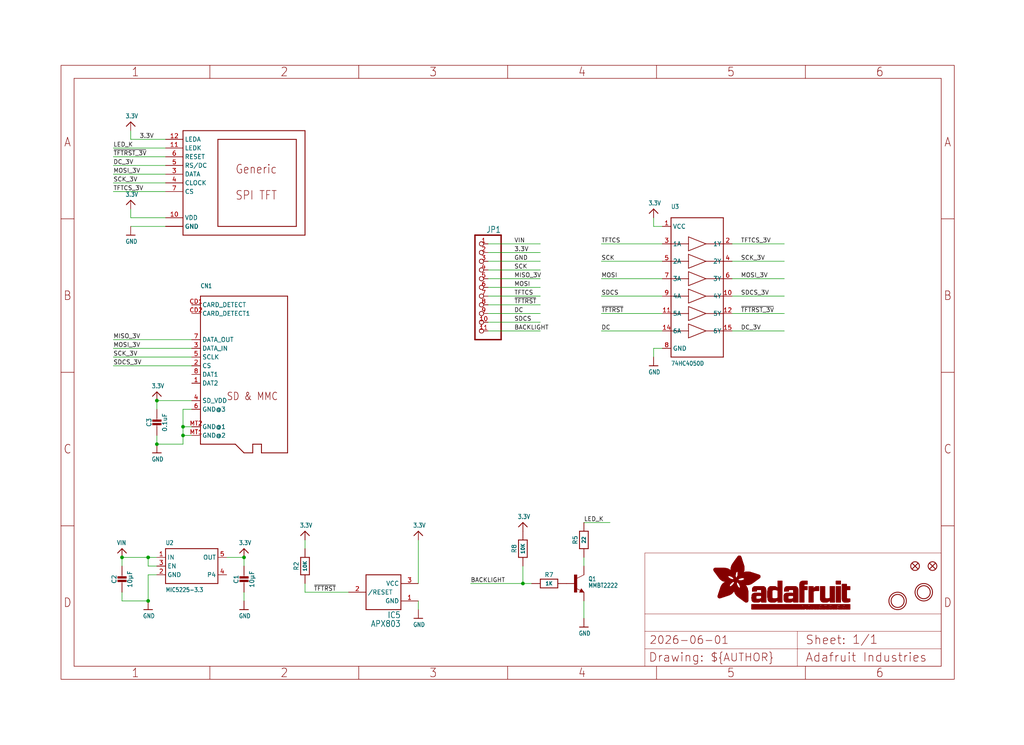
<source format=kicad_sch>
(kicad_sch (version 20230121) (generator eeschema)
  (paper "User" 298.45 217.322)
  (lib_symbols
    (symbol "working-eagle-import:3.3V" (power)
      (property "Value" "3.3V" (at -1.524 1.016 0))
      (symbol "3.3V_1_0"
        (pin power_in line (at 0 -2.54 90) (length 2.54) (name "3.3V") (number "1"))
      )
    )
    (symbol "working-eagle-import:74HC4050D"
      (property "Reference" "U" (at -7.62 22.86 0))
      (symbol "74HC4050D_1_0"
        (pin bidirectional line (at -10.16 17.78 0) (length 2.54) (name "VCC") (number "1"))
        (pin bidirectional line (at 10.16 -2.54 180) (length 2.54) (name "4Y") (number "10"))
        (pin bidirectional line (at -10.16 -7.62 0) (length 2.54) (name "5A") (number "11"))
        (pin bidirectional line (at 10.16 -7.62 180) (length 2.54) (name "5Y") (number "12"))
        (pin bidirectional line (at -10.16 -12.7 0) (length 2.54) (name "6A") (number "14"))
        (pin bidirectional line (at 10.16 -12.7 180) (length 2.54) (name "6Y") (number "15"))
        (pin bidirectional line (at 10.16 12.7 180) (length 2.54) (name "1Y") (number "2"))
        (pin bidirectional line (at -10.16 12.7 0) (length 2.54) (name "1A") (number "3"))
        (pin bidirectional line (at 10.16 7.62 180) (length 2.54) (name "2Y") (number "4"))
        (pin bidirectional line (at -10.16 7.62 0) (length 2.54) (name "2A") (number "5"))
        (pin bidirectional line (at 10.16 2.54 180) (length 2.54) (name "3Y") (number "6"))
        (pin bidirectional line (at -10.16 2.54 0) (length 2.54) (name "3A") (number "7"))
        (pin bidirectional line (at -10.16 -17.78 0) (length 2.54) (name "GND") (number "8"))
        (pin bidirectional line (at -10.16 -2.54 0) (length 2.54) (name "4A") (number "9"))
      )
    )
    (symbol "working-eagle-import:AXP083-SAG"
      (property "Reference" "IC" (at -5.08 -7.62 0))
      (symbol "AXP083-SAG_1_0"
        (pin power_in line (at -10.16 -2.54 0) (length 5.08) (name "GND") (number "1"))
        (pin output line (at 10.16 0 180) (length 5.08) (name "/RESET") (number "2"))
        (pin power_in line (at -10.16 2.54 0) (length 5.08) (name "VCC") (number "3"))
      )
    )
    (symbol "working-eagle-import:CAP_CERAMIC0805-NOOUTLINE"
      (property "Reference" "C" (at -2.29 1.25 90))
      (symbol "CAP_CERAMIC0805-NOOUTLINE_1_0"
        (pin passive line (at 0 5.08 270) (length 2.54) (name "1") (number "1"))
        (pin passive line (at 0 -2.54 90) (length 2.54) (name "2") (number "2"))
      )
    )
    (symbol "working-eagle-import:DISP_LCD_GENERIC_SPI_1.14IN_240X135_WRAPUNDER"
      (symbol "DISP_LCD_GENERIC_SPI_1.14IN_240X135_WRAPUNDER_1_0"
        (text "Generic" (at -5.08 2.54 0) (effects (font (size 2.54 2.159)) (justify left bottom)))
        (text "SPI TFT" (at -5.08 -5.08 0) (effects (font (size 2.54 2.159)) (justify left bottom)))
        (pin power_in line (at -25.4 -10.16 0) (length 5.08) (name "VDD") (number "10"))
        (pin input line (at -25.4 10.16 0) (length 5.08) (name "LEDK") (number "11"))
        (pin input line (at -25.4 12.7 0) (length 5.08) (name "LEDA") (number "12"))
        (pin power_in line (at -25.4 -12.7 0) (length 5.08) (name "GND") (number "13"))
        (pin bidirectional line (at -25.4 2.54 0) (length 5.08) (name "DATA") (number "3"))
        (pin input line (at -25.4 0 0) (length 5.08) (name "CLOCK") (number "4"))
        (pin input line (at -25.4 5.08 0) (length 5.08) (name "RS/DC") (number "5"))
        (pin input line (at -25.4 7.62 0) (length 5.08) (name "RESET") (number "6"))
        (pin input line (at -25.4 -2.54 0) (length 5.08) (name "CS") (number "7"))
        (pin power_in line (at -25.4 -12.7 0) (length 5.08) (name "GND") (number "8"))
      )
    )
    (symbol "working-eagle-import:FIDUCIAL_1MM")
    (symbol "working-eagle-import:FRAME_A4_ADAFRUIT"
      (symbol "FRAME_A4_ADAFRUIT_1_0"
        (text "${#}/${##}" (at 230.505 10.16 0) (effects (font (size 2.54 2.54)) (justify left bottom)))
        (text "${AUTHOR}" (at 189.23 5.08 0) (effects (font (size 2.286 2.286)) (justify left bottom)))
        (text "${CURRENT_DATE}" (at 171.45 10.16 0) (effects (font (size 2.286 2.286)) (justify left bottom)))
        (text "${PROJECTNAME}" (at 171.45 15.24 0) (effects (font (size 2.54 2.54)) (justify left bottom)))
        (text "1" (at 21.6958 1.905 0) (effects (font (size 2.54 2.286))))
        (text "1" (at 21.6958 177.165 0) (effects (font (size 2.54 2.286))))
        (text "2" (at 65.0875 1.905 0) (effects (font (size 2.54 2.286))))
        (text "2" (at 65.0875 177.165 0) (effects (font (size 2.54 2.286))))
        (text "3" (at 108.4792 1.905 0) (effects (font (size 2.54 2.286))))
        (text "3" (at 108.4792 177.165 0) (effects (font (size 2.54 2.286))))
        (text "4" (at 151.8708 1.905 0) (effects (font (size 2.54 2.286))))
        (text "4" (at 151.8708 177.165 0) (effects (font (size 2.54 2.286))))
        (text "5" (at 195.2625 1.905 0) (effects (font (size 2.54 2.286))))
        (text "5" (at 195.2625 177.165 0) (effects (font (size 2.54 2.286))))
        (text "6" (at 238.6542 1.905 0) (effects (font (size 2.54 2.286))))
        (text "6" (at 238.6542 177.165 0) (effects (font (size 2.54 2.286))))
        (text "A" (at 1.905 156.6863 0) (effects (font (size 2.54 2.286))))
        (text "A" (at 258.445 156.6863 0) (effects (font (size 2.54 2.286))))
        (text "Adafruit Industries" (at 216.916 4.953 0) (effects (font (size 2.54 2.54)) (justify left bottom)))
        (text "B" (at 1.905 111.9188 0) (effects (font (size 2.54 2.286))))
        (text "B" (at 258.445 111.9188 0) (effects (font (size 2.54 2.286))))
        (text "C" (at 1.905 67.1513 0) (effects (font (size 2.54 2.286))))
        (text "C" (at 258.445 67.1513 0) (effects (font (size 2.54 2.286))))
        (text "D" (at 1.905 22.3838 0) (effects (font (size 2.54 2.286))))
        (text "D" (at 258.445 22.3838 0) (effects (font (size 2.54 2.286))))
        (text "Drawing:" (at 171.196 4.953 0) (effects (font (size 2.54 2.54)) (justify left bottom)))
        (text "Sheet:" (at 216.916 10.033 0) (effects (font (size 2.54 2.54)) (justify left bottom)))
      )
    )
    (symbol "working-eagle-import:GND" (power)
      (property "Value" "GND" (at -1.524 -2.54 0))
      (symbol "GND_1_0"
        (pin power_in line (at 0 2.54 270) (length 2.54) (name "GND") (number "1"))
      )
    )
    (symbol "working-eagle-import:HEADER-1X11"
      (property "Reference" "JP" (at -6.35 15.875 0))
      (symbol "HEADER-1X11_1_0"
        (pin passive inverted (at -2.54 12.7 0) (length 2.54) (name "1") (number "1"))
        (pin passive inverted (at -2.54 -10.16 0) (length 2.54) (name "10") (number "10"))
        (pin passive inverted (at -2.54 -12.7 0) (length 2.54) (name "11") (number "11"))
        (pin passive inverted (at -2.54 10.16 0) (length 2.54) (name "2") (number "2"))
        (pin passive inverted (at -2.54 7.62 0) (length 2.54) (name "3") (number "3"))
        (pin passive inverted (at -2.54 5.08 0) (length 2.54) (name "4") (number "4"))
        (pin passive inverted (at -2.54 2.54 0) (length 2.54) (name "5") (number "5"))
        (pin passive inverted (at -2.54 0 0) (length 2.54) (name "6") (number "6"))
        (pin passive inverted (at -2.54 -2.54 0) (length 2.54) (name "7") (number "7"))
        (pin passive inverted (at -2.54 -5.08 0) (length 2.54) (name "8") (number "8"))
        (pin passive inverted (at -2.54 -7.62 0) (length 2.54) (name "9") (number "9"))
      )
    )
    (symbol "working-eagle-import:MICROSD"
      (property "Reference" "X" (at -12.7 22.606 0))
      (symbol "MICROSD_1_0"
        (text "SD & MMC" (at -5.08 -10.16 0) (effects (font (size 2.1844 1.8567)) (justify left bottom)))
        (pin bidirectional line (at -15.24 -5.08 0) (length 2.54) (name "DAT2") (number "1"))
        (pin input line (at -15.24 0 0) (length 2.54) (name "CS") (number "2"))
        (pin input line (at -15.24 5.08 0) (length 2.54) (name "DATA_IN") (number "3"))
        (pin power_in line (at -15.24 -10.16 0) (length 2.54) (name "SD_VDD") (number "4"))
        (pin input line (at -15.24 2.54 0) (length 2.54) (name "SCLK") (number "5"))
        (pin power_in line (at -15.24 -12.7 0) (length 2.54) (name "GND@3") (number "6"))
        (pin output line (at -15.24 7.62 0) (length 2.54) (name "DATA_OUT") (number "7"))
        (pin bidirectional line (at -15.24 -2.54 0) (length 2.54) (name "DAT1") (number "8"))
        (pin passive line (at -15.24 17.78 0) (length 2.54) (name "CARD_DETECT") (number "CD1"))
        (pin passive line (at -15.24 15.24 0) (length 2.54) (name "CARD_DETECT1") (number "CD2"))
        (pin power_in line (at -15.24 -20.32 0) (length 2.54) (name "GND@2") (number "MT1"))
        (pin power_in line (at -15.24 -17.78 0) (length 2.54) (name "GND@1") (number "MT2"))
      )
    )
    (symbol "working-eagle-import:MOUNTINGHOLE2.5")
    (symbol "working-eagle-import:RESISTOR_0603_NOOUT"
      (property "Reference" "R" (at 0 2.54 0))
      (symbol "RESISTOR_0603_NOOUT_1_0"
        (pin passive line (at -5.08 0 0) (length 2.54) (name "1") (number "1"))
        (pin passive line (at 5.08 0 180) (length 2.54) (name "2") (number "2"))
      )
    )
    (symbol "working-eagle-import:TRANSISTOR_NPNWIDE"
      (property "Reference" "Q" (at 1.27 0.635 0))
      (symbol "TRANSISTOR_NPNWIDE_1_0"
        (pin passive line (at -5.08 0 0) (length 2.54) (name "B") (number "1"))
        (pin passive line (at 0 -5.08 90) (length 2.54) (name "E") (number "2"))
        (pin passive line (at 0 5.08 270) (length 2.54) (name "C") (number "3"))
      )
    )
    (symbol "working-eagle-import:VIN" (power)
      (property "Value" "VIN" (at -1.524 1.016 0))
      (symbol "VIN_1_0"
        (pin power_in line (at 0 -2.54 90) (length 2.54) (name "VIN") (number "1"))
      )
    )
    (symbol "working-eagle-import:VREG_SOT23-5"
      (property "Reference" "U" (at -7.62 6.096 0))
      (symbol "VREG_SOT23-5_1_0"
        (pin power_in line (at -10.16 2.54 0) (length 2.54) (name "IN") (number "1"))
        (pin power_in line (at -10.16 -2.54 0) (length 2.54) (name "GND") (number "2"))
        (pin input line (at -10.16 0 0) (length 2.54) (name "EN") (number "3"))
        (pin bidirectional line (at 10.16 -2.54 180) (length 2.54) (name "P4") (number "4"))
        (pin power_in line (at 10.16 2.54 180) (length 2.54) (name "OUT") (number "5"))
      )
    )
  )
  (junction (at 45.72 116.84))
  (junction (at 152.4 170.18))
  (junction (at 53.34 124.46))
  (junction (at 43.18 175.26))
  (junction (at 43.18 162.56))
  (junction (at 45.72 129.54))
  (junction (at 71.12 162.56))
  (junction (at 35.56 162.56))
  (junction (at 53.34 127))
  (wire (pts (xy 55.88 106.68) (xy 33.02 106.68)) (stroke (width 0.1524)))
  (wire (pts (xy 157.48 86.36) (xy 142.24 86.36)) (stroke (width 0.1524)))
  (wire (pts (xy 33.02 55.88) (xy 48.26 55.88)) (stroke (width 0.1524)))
  (wire (pts (xy 190.5 63.5) (xy 190.5 66.04)) (stroke (width 0.1524)))
  (wire (pts (xy 213.36 81.28) (xy 228.6 81.28)) (stroke (width 0.1524)))
  (wire (pts (xy 190.5 101.6) (xy 190.5 104.14)) (stroke (width 0.1524)))
  (wire (pts (xy 88.9 172.72) (xy 88.9 170.18)) (stroke (width 0.1524)))
  (wire (pts (xy 101.6 172.72) (xy 88.9 172.72)) (stroke (width 0.1524)))
  (wire (pts (xy 190.5 66.04) (xy 193.04 66.04)) (stroke (width 0.1524)))
  (wire (pts (xy 213.36 91.44) (xy 228.6 91.44)) (stroke (width 0.1524)))
  (wire (pts (xy 142.24 78.74) (xy 157.48 78.74)) (stroke (width 0.1524)))
  (wire (pts (xy 154.94 170.18) (xy 152.4 170.18)) (stroke (width 0.1524)))
  (wire (pts (xy 88.9 160.02) (xy 88.9 157.48)) (stroke (width 0.1524)))
  (wire (pts (xy 48.26 63.5) (xy 38.1 63.5)) (stroke (width 0.1524)))
  (wire (pts (xy 43.18 165.1) (xy 43.18 162.56)) (stroke (width 0.1524)))
  (wire (pts (xy 48.26 40.64) (xy 38.1 40.64)) (stroke (width 0.1524)))
  (wire (pts (xy 53.34 119.38) (xy 53.34 124.46)) (stroke (width 0.1524)))
  (wire (pts (xy 142.24 93.98) (xy 157.48 93.98)) (stroke (width 0.1524)))
  (wire (pts (xy 142.24 83.82) (xy 157.48 83.82)) (stroke (width 0.1524)))
  (wire (pts (xy 43.18 162.56) (xy 35.56 162.56)) (stroke (width 0.1524)))
  (wire (pts (xy 55.88 101.6) (xy 33.02 101.6)) (stroke (width 0.1524)))
  (wire (pts (xy 48.26 53.34) (xy 33.02 53.34)) (stroke (width 0.1524)))
  (wire (pts (xy 142.24 73.66) (xy 157.48 73.66)) (stroke (width 0.1524)))
  (wire (pts (xy 157.48 91.44) (xy 142.24 91.44)) (stroke (width 0.1524)))
  (wire (pts (xy 193.04 101.6) (xy 190.5 101.6)) (stroke (width 0.1524)))
  (wire (pts (xy 55.88 124.46) (xy 53.34 124.46)) (stroke (width 0.1524)))
  (wire (pts (xy 228.6 71.12) (xy 213.36 71.12)) (stroke (width 0.1524)))
  (wire (pts (xy 35.56 172.72) (xy 35.56 175.26)) (stroke (width 0.1524)))
  (wire (pts (xy 177.8 152.4) (xy 170.18 152.4)) (stroke (width 0.1524)))
  (wire (pts (xy 43.18 167.64) (xy 43.18 175.26)) (stroke (width 0.1524)))
  (wire (pts (xy 71.12 162.56) (xy 71.12 165.1)) (stroke (width 0.1524)))
  (wire (pts (xy 170.18 175.26) (xy 170.18 180.34)) (stroke (width 0.1524)))
  (wire (pts (xy 45.72 167.64) (xy 43.18 167.64)) (stroke (width 0.1524)))
  (wire (pts (xy 45.72 162.56) (xy 43.18 162.56)) (stroke (width 0.1524)))
  (wire (pts (xy 213.36 86.36) (xy 228.6 86.36)) (stroke (width 0.1524)))
  (wire (pts (xy 152.4 170.18) (xy 137.16 170.18)) (stroke (width 0.1524)))
  (wire (pts (xy 48.26 43.18) (xy 33.02 43.18)) (stroke (width 0.1524)))
  (wire (pts (xy 35.56 165.1) (xy 35.56 162.56)) (stroke (width 0.1524)))
  (wire (pts (xy 193.04 81.28) (xy 175.26 81.28)) (stroke (width 0.1524)))
  (wire (pts (xy 38.1 40.64) (xy 38.1 38.1)) (stroke (width 0.1524)))
  (wire (pts (xy 53.34 124.46) (xy 53.34 127)) (stroke (width 0.1524)))
  (wire (pts (xy 55.88 104.14) (xy 33.02 104.14)) (stroke (width 0.1524)))
  (wire (pts (xy 152.4 165.1) (xy 152.4 170.18)) (stroke (width 0.1524)))
  (wire (pts (xy 66.04 162.56) (xy 71.12 162.56)) (stroke (width 0.1524)))
  (wire (pts (xy 193.04 96.52) (xy 175.26 96.52)) (stroke (width 0.1524)))
  (wire (pts (xy 142.24 88.9) (xy 157.48 88.9)) (stroke (width 0.1524)))
  (wire (pts (xy 193.04 91.44) (xy 175.26 91.44)) (stroke (width 0.1524)))
  (wire (pts (xy 193.04 71.12) (xy 175.26 71.12)) (stroke (width 0.1524)))
  (wire (pts (xy 121.92 170.18) (xy 121.92 157.48)) (stroke (width 0.1524)))
  (wire (pts (xy 38.1 66.04) (xy 48.26 66.04)) (stroke (width 0.1524)))
  (wire (pts (xy 213.36 76.2) (xy 228.6 76.2)) (stroke (width 0.1524)))
  (wire (pts (xy 48.26 48.26) (xy 33.02 48.26)) (stroke (width 0.1524)))
  (wire (pts (xy 157.48 81.28) (xy 142.24 81.28)) (stroke (width 0.1524)))
  (wire (pts (xy 55.88 127) (xy 53.34 127)) (stroke (width 0.1524)))
  (wire (pts (xy 55.88 119.38) (xy 53.34 119.38)) (stroke (width 0.1524)))
  (wire (pts (xy 33.02 50.8) (xy 48.26 50.8)) (stroke (width 0.1524)))
  (wire (pts (xy 157.48 96.52) (xy 142.24 96.52)) (stroke (width 0.1524)))
  (wire (pts (xy 142.24 76.2) (xy 157.48 76.2)) (stroke (width 0.1524)))
  (wire (pts (xy 55.88 116.84) (xy 45.72 116.84)) (stroke (width 0.1524)))
  (wire (pts (xy 213.36 96.52) (xy 228.6 96.52)) (stroke (width 0.1524)))
  (wire (pts (xy 71.12 172.72) (xy 71.12 175.26)) (stroke (width 0.1524)))
  (wire (pts (xy 48.26 45.72) (xy 33.02 45.72)) (stroke (width 0.1524)))
  (wire (pts (xy 53.34 129.54) (xy 45.72 129.54)) (stroke (width 0.1524)))
  (wire (pts (xy 45.72 116.84) (xy 45.72 119.38)) (stroke (width 0.1524)))
  (wire (pts (xy 45.72 165.1) (xy 43.18 165.1)) (stroke (width 0.1524)))
  (wire (pts (xy 55.88 99.06) (xy 33.02 99.06)) (stroke (width 0.1524)))
  (wire (pts (xy 38.1 60.96) (xy 38.1 63.5)) (stroke (width 0.1524)))
  (wire (pts (xy 121.92 175.26) (xy 121.92 177.8)) (stroke (width 0.1524)))
  (wire (pts (xy 35.56 175.26) (xy 43.18 175.26)) (stroke (width 0.1524)))
  (wire (pts (xy 53.34 127) (xy 53.34 129.54)) (stroke (width 0.1524)))
  (wire (pts (xy 193.04 76.2) (xy 175.26 76.2)) (stroke (width 0.1524)))
  (wire (pts (xy 170.18 162.56) (xy 170.18 165.1)) (stroke (width 0.1524)))
  (wire (pts (xy 193.04 86.36) (xy 175.26 86.36)) (stroke (width 0.1524)))
  (wire (pts (xy 142.24 71.12) (xy 157.48 71.12)) (stroke (width 0.1524)))
  (wire (pts (xy 45.72 127) (xy 45.72 129.54)) (stroke (width 0.1524)))
  (label "GND" (at 149.86 76.2 0) (effects (font (size 1.2446 1.2446))))
  (label "DC" (at 149.86 91.44 0) (effects (font (size 1.2446 1.2446))))
  (label "~{TFTRST_3V}" (at 215.9 91.44 0) (effects (font (size 1.2446 1.2446))))
  (label "SCK" (at 149.86 78.74 0) (effects (font (size 1.2446 1.2446))))
  (label "LED_K" (at 33.02 43.18 0) (effects (font (size 1.2446 1.2446))))
  (label "3.3V" (at 149.86 73.66 0) (effects (font (size 1.2446 1.2446))))
  (label "SDCS" (at 175.26 86.36 0) (effects (font (size 1.2446 1.2446))))
  (label "TFTCS_3V" (at 33.02 55.88 0) (effects (font (size 1.2446 1.2446))))
  (label "TFTCS" (at 175.26 71.12 0) (effects (font (size 1.2446 1.2446))))
  (label "DC_3V" (at 33.02 48.26 0) (effects (font (size 1.2446 1.2446))))
  (label "SCK_3V" (at 33.02 104.14 0) (effects (font (size 1.2446 1.2446))))
  (label "MISO_3V" (at 33.02 99.06 0) (effects (font (size 1.2446 1.2446))))
  (label "SDCS_3V" (at 215.9 86.36 0) (effects (font (size 1.2446 1.2446))))
  (label "SCK_3V" (at 215.9 76.2 0) (effects (font (size 1.2446 1.2446))))
  (label "DC" (at 175.26 96.52 0) (effects (font (size 1.2446 1.2446))))
  (label "TFTCS_3V" (at 215.9 71.12 0) (effects (font (size 1.2446 1.2446))))
  (label "BACKLIGHT" (at 149.86 96.52 0) (effects (font (size 1.2446 1.2446))))
  (label "~{TFTRST}" (at 149.86 88.9 0) (effects (font (size 1.2446 1.2446))))
  (label "~{TFTRST}" (at 175.26 91.44 0) (effects (font (size 1.2446 1.2446))))
  (label "MISO_3V" (at 149.86 81.28 0) (effects (font (size 1.2446 1.2446))))
  (label "MOSI" (at 175.26 81.28 0) (effects (font (size 1.2446 1.2446))))
  (label "TFTCS" (at 149.86 86.36 0) (effects (font (size 1.2446 1.2446))))
  (label "VIN" (at 149.86 71.12 0) (effects (font (size 1.2446 1.2446))))
  (label "LED_K" (at 170.18 152.4 0) (effects (font (size 1.2446 1.2446))))
  (label "MOSI_3V" (at 33.02 50.8 0) (effects (font (size 1.2446 1.2446))))
  (label "BACKLIGHT" (at 137.16 170.18 0) (effects (font (size 1.2446 1.2446))))
  (label "SDCS_3V" (at 33.02 106.68 0) (effects (font (size 1.2446 1.2446))))
  (label "3.3V" (at 40.64 40.64 0) (effects (font (size 1.2446 1.2446))))
  (label "MOSI" (at 149.86 83.82 0) (effects (font (size 1.2446 1.2446))))
  (label "SCK_3V" (at 33.02 53.34 0) (effects (font (size 1.2446 1.2446))))
  (label "SCK" (at 175.26 76.2 0) (effects (font (size 1.2446 1.2446))))
  (label "MOSI_3V" (at 215.9 81.28 0) (effects (font (size 1.2446 1.2446))))
  (label "~{TFTRST}" (at 91.44 172.72 0) (effects (font (size 1.2446 1.2446))))
  (label "SDCS" (at 149.86 93.98 0) (effects (font (size 1.2446 1.2446))))
  (label "~{TFTRST_3V}" (at 33.02 45.72 0) (effects (font (size 1.2446 1.2446))))
  (label "DC_3V" (at 215.9 96.52 0) (effects (font (size 1.2446 1.2446))))
  (label "MOSI_3V" (at 33.02 101.6 0) (effects (font (size 1.2446 1.2446))))
  (symbol (lib_id "working-eagle-import:FIDUCIAL_1MM") (at 271.78 165.1 0) (unit 1)
    (property "Reference" "FID1" (effects hide))
    (property "Value" "FIDUCIAL_1MM" (effects hide))
    (property "Footprint" "working:FIDUCIAL_1MM" (effects hide))
  )
  (symbol (lib_id "working-eagle-import:GND") (at 121.92 180.34 0) (unit 1)
    (property "Reference" "#U$17" (effects hide))
    (property "Value" "GND" (at 120.396 182.88 0) (effects (font (size 1.27 1.0795)) (justify left bottom)))
  )
  (symbol (lib_id "working-eagle-import:CAP_CERAMIC0805-NOOUTLINE") (at 71.12 170.18 0) (unit 1)
    (property "Reference" "C1" (at 68.83 168.93 90))
    (property "Value" "10µF" (at 73.42 168.93 90))
    (property "Footprint" "working:0805-NO" (effects hide))
  )
  (symbol (lib_id "working-eagle-import:RESISTOR_0603_NOOUT") (at 152.4 160.02 90) (unit 1)
    (property "Reference" "R8" (at 149.86 160.02 0))
    (property "Value" "10K" (at 152.4 160.02 0) (effects (font (size 1.016 1.016) bold)))
    (property "Footprint" "working:0603-NO" (effects hide))
  )
  (symbol (lib_id "working-eagle-import:3.3V") (at 88.9 154.94 0) (unit 1)
    (property "Reference" "#U$21" (effects hide))
    (property "Value" "3.3V" (at 87.376 153.924 0) (effects (font (size 1.27 1.0795)) (justify left bottom)))
  )
  (symbol (lib_id "working-eagle-import:CAP_CERAMIC0805-NOOUTLINE") (at 45.72 124.46 0) (unit 1)
    (property "Reference" "C3" (at 43.43 123.21 90))
    (property "Value" "0.1uF" (at 48.02 123.21 90))
    (property "Footprint" "working:0805-NO" (effects hide))
  )
  (symbol (lib_id "working-eagle-import:MOUNTINGHOLE2.5") (at 261.62 175.26 0) (unit 1)
    (property "Reference" "U$10" (effects hide))
    (property "Value" "MOUNTINGHOLE2.5" (effects hide))
    (property "Footprint" "working:MOUNTINGHOLE_2.5_PLATED" (effects hide))
  )
  (symbol (lib_id "working-eagle-import:3.3V") (at 121.92 154.94 0) (unit 1)
    (property "Reference" "#U$31" (effects hide))
    (property "Value" "3.3V" (at 120.396 153.924 0) (effects (font (size 1.27 1.0795)) (justify left bottom)))
  )
  (symbol (lib_id "working-eagle-import:74HC4050D") (at 203.2 83.82 0) (unit 1)
    (property "Reference" "U3" (at 195.58 60.96 0) (effects (font (size 1.27 1.0795)) (justify left bottom)))
    (property "Value" "74HC4050D" (at 195.58 106.68 0) (effects (font (size 1.27 1.0795)) (justify left bottom)))
    (property "Footprint" "working:SOIC16" (effects hide))
  )
  (symbol (lib_id "working-eagle-import:3.3V") (at 71.12 160.02 0) (unit 1)
    (property "Reference" "#U$26" (effects hide))
    (property "Value" "3.3V" (at 69.596 159.004 0) (effects (font (size 1.27 1.0795)) (justify left bottom)))
  )
  (symbol (lib_id "working-eagle-import:3.3V") (at 45.72 114.3 0) (unit 1)
    (property "Reference" "#U$20" (effects hide))
    (property "Value" "3.3V" (at 44.196 113.284 0) (effects (font (size 1.27 1.0795)) (justify left bottom)))
  )
  (symbol (lib_id "working-eagle-import:RESISTOR_0603_NOOUT") (at 160.02 170.18 0) (unit 1)
    (property "Reference" "R7" (at 160.02 167.64 0))
    (property "Value" "1K" (at 160.02 170.18 0) (effects (font (size 1.016 1.016) bold)))
    (property "Footprint" "working:0603-NO" (effects hide))
  )
  (symbol (lib_id "working-eagle-import:GND") (at 170.18 182.88 0) (unit 1)
    (property "Reference" "#U$29" (effects hide))
    (property "Value" "GND" (at 168.656 185.42 0) (effects (font (size 1.27 1.0795)) (justify left bottom)))
  )
  (symbol (lib_id "working-eagle-import:FRAME_A4_ADAFRUIT") (at 17.78 198.12 0) (unit 1)
    (property "Reference" "#U$1" (effects hide))
    (property "Value" "FRAME_A4_ADAFRUIT" (effects hide))
  )
  (symbol (lib_id "working-eagle-import:CAP_CERAMIC0805-NOOUTLINE") (at 35.56 170.18 0) (unit 1)
    (property "Reference" "C2" (at 33.27 168.93 90))
    (property "Value" "10µF" (at 37.86 168.93 90))
    (property "Footprint" "working:0805-NO" (effects hide))
  )
  (symbol (lib_id "working-eagle-import:3.3V") (at 38.1 58.42 0) (unit 1)
    (property "Reference" "#U$13" (effects hide))
    (property "Value" "3.3V" (at 36.576 57.404 0) (effects (font (size 1.27 1.0795)) (justify left bottom)))
  )
  (symbol (lib_id "working-eagle-import:3.3V") (at 38.1 35.56 0) (unit 1)
    (property "Reference" "#U$15" (effects hide))
    (property "Value" "3.3V" (at 36.576 34.544 0) (effects (font (size 1.27 1.0795)) (justify left bottom)))
  )
  (symbol (lib_id "working-eagle-import:RESISTOR_0603_NOOUT") (at 170.18 157.48 90) (unit 1)
    (property "Reference" "R5" (at 167.64 157.48 0))
    (property "Value" "22" (at 170.18 157.48 0) (effects (font (size 1.016 1.016) bold)))
    (property "Footprint" "working:0603-NO" (effects hide))
  )
  (symbol (lib_id "working-eagle-import:3.3V") (at 190.5 60.96 0) (unit 1)
    (property "Reference" "#U$12" (effects hide))
    (property "Value" "3.3V" (at 188.976 59.944 0) (effects (font (size 1.27 1.0795)) (justify left bottom)))
  )
  (symbol (lib_id "working-eagle-import:GND") (at 71.12 177.8 0) (unit 1)
    (property "Reference" "#U$27" (effects hide))
    (property "Value" "GND" (at 69.596 180.34 0) (effects (font (size 1.27 1.0795)) (justify left bottom)))
  )
  (symbol (lib_id "working-eagle-import:AXP083-SAG") (at 111.76 172.72 0) (mirror y) (unit 1)
    (property "Reference" "IC5" (at 116.84 180.34 0) (effects (font (size 1.778 1.5113)) (justify left bottom)))
    (property "Value" "APX803" (at 116.84 182.88 0) (effects (font (size 1.778 1.5113)) (justify left bottom)))
    (property "Footprint" "working:SOT23" (effects hide))
  )
  (symbol (lib_id "working-eagle-import:VIN") (at 35.56 160.02 0) (unit 1)
    (property "Reference" "#U$28" (effects hide))
    (property "Value" "VIN" (at 34.036 159.004 0) (effects (font (size 1.27 1.0795)) (justify left bottom)))
  )
  (symbol (lib_id "working-eagle-import:GND") (at 45.72 132.08 0) (unit 1)
    (property "Reference" "#U$22" (effects hide))
    (property "Value" "GND" (at 44.196 134.62 0) (effects (font (size 1.27 1.0795)) (justify left bottom)))
  )
  (symbol (lib_id "working-eagle-import:VREG_SOT23-5") (at 55.88 165.1 0) (unit 1)
    (property "Reference" "U2" (at 48.26 159.004 0) (effects (font (size 1.27 1.0795)) (justify left bottom)))
    (property "Value" "MIC5225-3.3" (at 48.26 172.72 0) (effects (font (size 1.27 1.0795)) (justify left bottom)))
    (property "Footprint" "working:SOT23-5" (effects hide))
  )
  (symbol (lib_id "working-eagle-import:MICROSD") (at 71.12 106.68 0) (unit 1)
    (property "Reference" "CN1" (at 58.42 84.074 0) (effects (font (size 1.27 1.0795)) (justify left bottom)))
    (property "Value" "MICROSD" (effects hide))
    (property "Footprint" "working:MICROSD" (effects hide))
  )
  (symbol (lib_id "working-eagle-import:GND") (at 190.5 106.68 0) (unit 1)
    (property "Reference" "#U$8" (effects hide))
    (property "Value" "GND" (at 188.976 109.22 0) (effects (font (size 1.27 1.0795)) (justify left bottom)))
  )
  (symbol (lib_id "working-eagle-import:MOUNTINGHOLE2.5") (at 269.24 172.72 0) (unit 1)
    (property "Reference" "U$9" (effects hide))
    (property "Value" "MOUNTINGHOLE2.5" (effects hide))
    (property "Footprint" "working:MOUNTINGHOLE_2.5_PLATED" (effects hide))
  )
  (symbol (lib_id "working-eagle-import:FIDUCIAL_1MM") (at 266.7 165.1 0) (unit 1)
    (property "Reference" "FID2" (effects hide))
    (property "Value" "FIDUCIAL_1MM" (effects hide))
    (property "Footprint" "working:FIDUCIAL_1MM" (effects hide))
  )
  (symbol (lib_id "working-eagle-import:3.3V") (at 152.4 152.4 0) (unit 1)
    (property "Reference" "#U$30" (effects hide))
    (property "Value" "3.3V" (at 150.876 151.384 0) (effects (font (size 1.27 1.0795)) (justify left bottom)))
  )
  (symbol (lib_id "working-eagle-import:TRANSISTOR_NPNWIDE") (at 170.18 170.18 0) (unit 1)
    (property "Reference" "Q1" (at 171.45 169.545 0) (effects (font (size 1.27 1.0795)) (justify left bottom)))
    (property "Value" "MMBT2222" (at 171.45 171.45 0) (effects (font (size 1.27 1.0795)) (justify left bottom)))
    (property "Footprint" "working:SOT23-WIDE" (effects hide))
  )
  (symbol (lib_id "working-eagle-import:RESISTOR_0603_NOOUT") (at 88.9 165.1 90) (unit 1)
    (property "Reference" "R2" (at 86.36 165.1 0))
    (property "Value" "10K" (at 88.9 165.1 0) (effects (font (size 1.016 1.016) bold)))
    (property "Footprint" "working:0603-NO" (effects hide))
  )
  (symbol (lib_id "working-eagle-import:GND") (at 43.18 177.8 0) (unit 1)
    (property "Reference" "#U$25" (effects hide))
    (property "Value" "GND" (at 41.656 180.34 0) (effects (font (size 1.27 1.0795)) (justify left bottom)))
  )
  (symbol (lib_id "working-eagle-import:HEADER-1X11") (at 139.7 83.82 0) (mirror y) (unit 1)
    (property "Reference" "JP1" (at 146.05 67.945 0) (effects (font (size 1.778 1.5113)) (justify left bottom)))
    (property "Value" "HEADER-1X11" (effects hide))
    (property "Footprint" "working:1X11_ROUND" (effects hide))
  )
  (symbol (lib_id "working-eagle-import:DISP_LCD_GENERIC_SPI_1.14IN_240X135_WRAPUNDER") (at 73.66 53.34 0) (unit 1)
    (property "Reference" "DISP1" (effects hide))
    (property "Value" "DISP_LCD_GENERIC_SPI_1.14IN_240X135_WRAPUNDER" (effects hide))
    (property "Footprint" "working:TFT_1.14IN_240X135_WRAPUNDER" (effects hide))
  )
  (symbol (lib_id "working-eagle-import:GND") (at 38.1 68.58 0) (unit 1)
    (property "Reference" "#U$5" (effects hide))
    (property "Value" "GND" (at 36.576 71.12 0) (effects (font (size 1.27 1.0795)) (justify left bottom)))
  )
)
</source>
